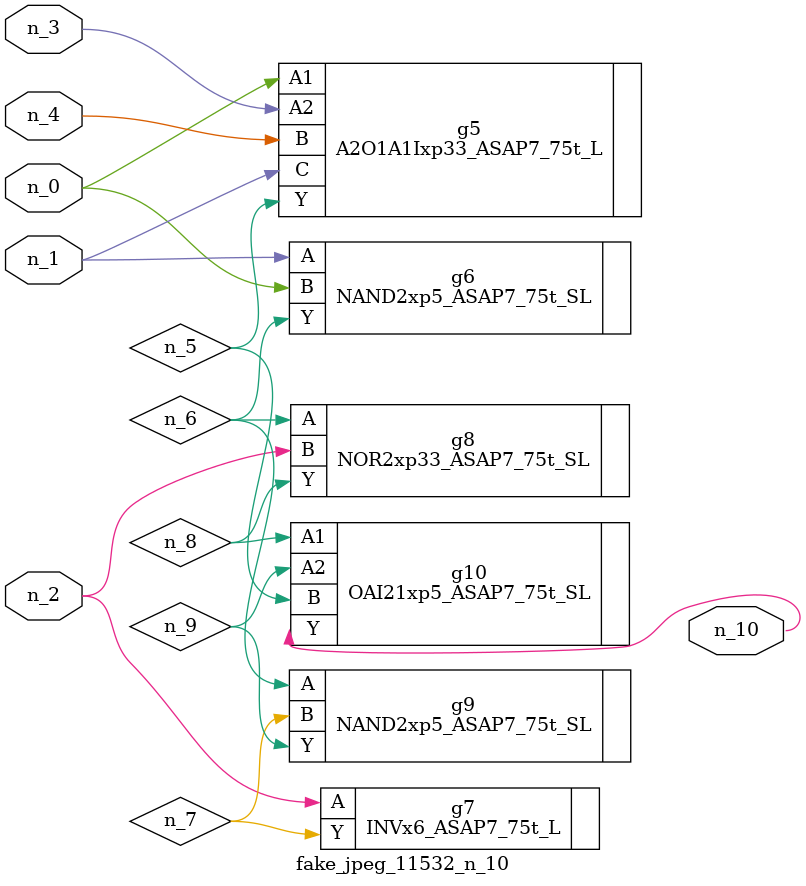
<source format=v>
module fake_jpeg_11532_n_10 (n_3, n_2, n_1, n_0, n_4, n_10);

input n_3;
input n_2;
input n_1;
input n_0;
input n_4;

output n_10;

wire n_8;
wire n_9;
wire n_6;
wire n_5;
wire n_7;

A2O1A1Ixp33_ASAP7_75t_L g5 ( 
.A1(n_0),
.A2(n_3),
.B(n_4),
.C(n_1),
.Y(n_5)
);

NAND2xp5_ASAP7_75t_SL g6 ( 
.A(n_1),
.B(n_0),
.Y(n_6)
);

INVx6_ASAP7_75t_L g7 ( 
.A(n_2),
.Y(n_7)
);

NOR2xp33_ASAP7_75t_SL g8 ( 
.A(n_6),
.B(n_2),
.Y(n_8)
);

OAI21xp5_ASAP7_75t_SL g10 ( 
.A1(n_8),
.A2(n_9),
.B(n_5),
.Y(n_10)
);

NAND2xp5_ASAP7_75t_SL g9 ( 
.A(n_6),
.B(n_7),
.Y(n_9)
);


endmodule
</source>
